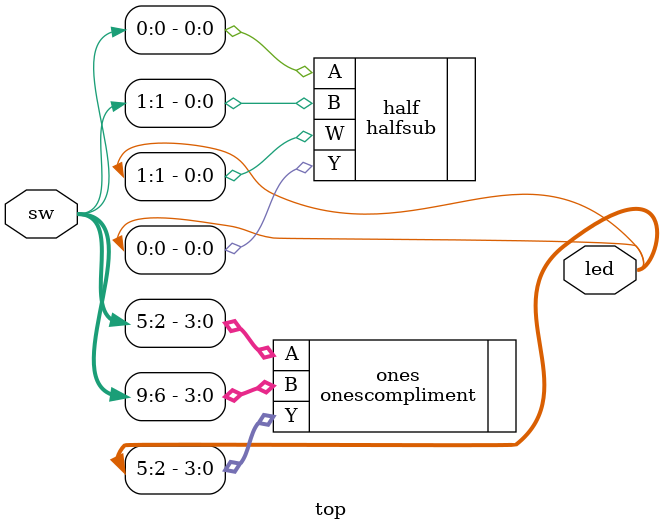
<source format=v>
module top(
    input [9:0]sw,
    output [13:0] led
);

    halfsub half(
    
        .A(sw[0]),
        .B(sw[1]),
        .Y(led[0]),
        .W(led[1])
     );
     
     onescompliment ones(
        .A(sw[5:2]),
        .B(sw[9:6]),
        .Y(led[5:2])
     );
     
    
     
  endmodule

</source>
